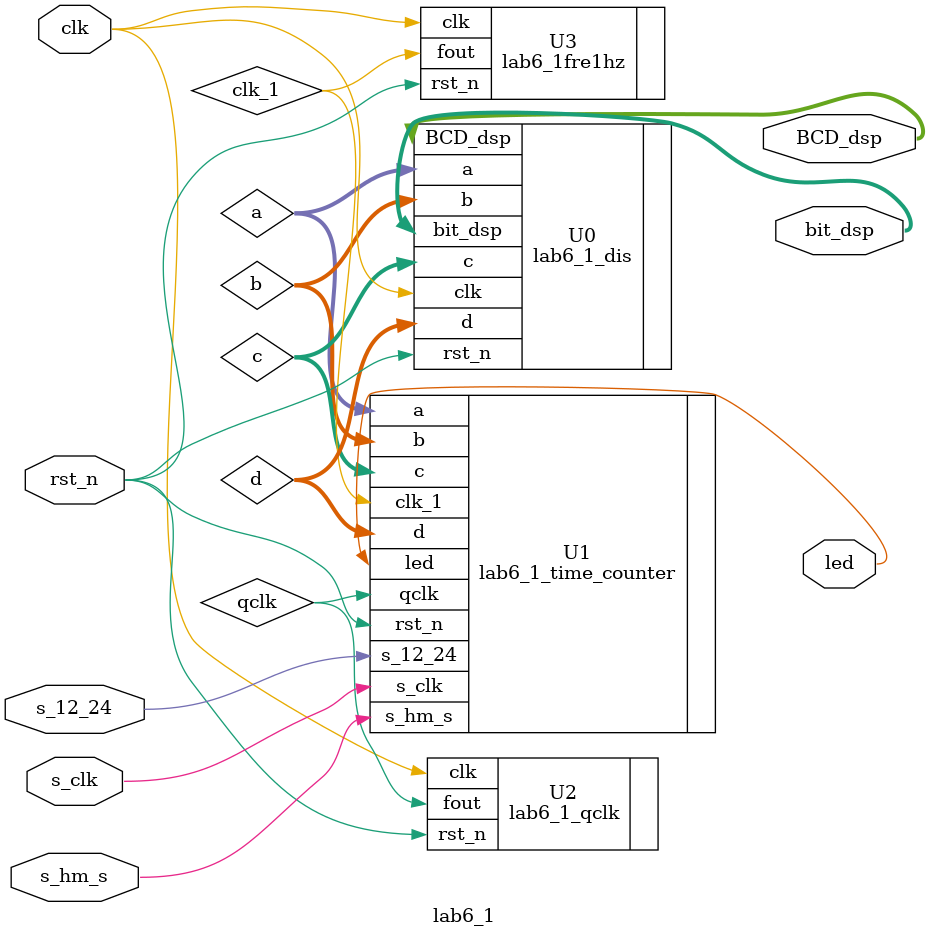
<source format=v>
`timescale 1ns / 1ps


module lab6_1(
clk,
rst_n,
s_12_24,
s_clk,
s_hm_s,
BCD_dsp,
bit_dsp,
led
);
input clk;
input rst_n;
input s_12_24,s_clk,s_hm_s;
output [7:0] BCD_dsp;
output [3:0] bit_dsp;
output led;
wire [3:0]a,b,c,d;

lab6_1_dis U0 (.clk(clk),.rst_n(rst_n),.a(a),.b(b),.c(c),.d(d),.BCD_dsp(BCD_dsp),.bit_dsp(bit_dsp));
lab6_1_time_counter U1 (.clk_1(clk_1),.qclk(qclk),.s_12_24(s_12_24),.s_clk(s_clk),.s_hm_s(s_hm_s),
.rst_n(rst_n),.a(a),.b(b),.c(c),.d(d),.led(led));
lab6_1_qclk U2 (.fout(qclk),.clk(clk),.rst_n(rst_n));
lab6_1fre1hz U3 (.fout(clk_1),.clk(clk),.rst_n(rst_n));


endmodule

</source>
